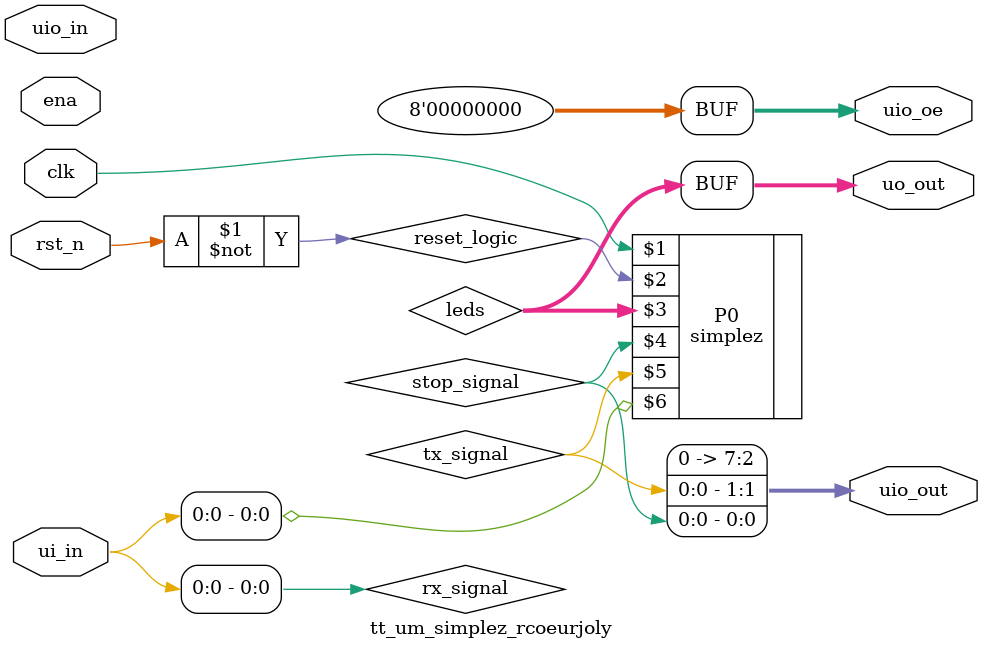
<source format=v>

`default_nettype none

module tt_um_simplez_rcoeurjoly (
                                 input wire [7:0]  ui_in, // Unused: Future expansion or custom inputs
                                 output wire [7:0] uo_out, // Map to LEDs
                                 input wire [7:0]  uio_in, // Unused
                                 output wire [7:0] uio_out, // Unused
                                 output wire [7:0] uio_oe, // Unused
                                 input wire        ena, // Processor enable, not used in Simplez
                                 input wire        clk, // Clock signal
                                 input wire        rst_n     // Reset signal, active low
                                 );

   // Intermediate connection wires
   wire                                            reset_logic;
   wire [7:0]                                      leds;
   wire                                            stop_signal;
   wire                                            tx_signal;
   wire                                            rx_signal;

   // Assign Template ports to Simplez functionality
   assign reset_logic = ~rst_n; // Active low reset
   assign uo_out = leds;        // Mapping LEDs to uo_out
   assign uio_out[0] = stop_signal;  // Using a bit of uio_out for stop indicator
   assign tx_signal = uio_out[1];    // Using a bit of uio_out for TX
   assign rx_signal = ui_in[0];      // Using a bit of ui_in for RX

   // Default assignments for unused outputs
   assign uio_out[7:2] = 6'b000000;  // Unused bits
   assign uio_oe = 8'b00000000;      // No bidirectional functionality used

   // Instantiate Simplez processor with adapted connections
   simplez P0 (
               clk,
               reset_logic,  // Use intermediate wire for reset
               leds,         // Connect to LEDs directly
               stop_signal,  // Stop signal from a bit of uio_out
               tx_signal,    // Serial output to display
               rx_signal     // Serial input from keyboard
               );

endmodule

</source>
